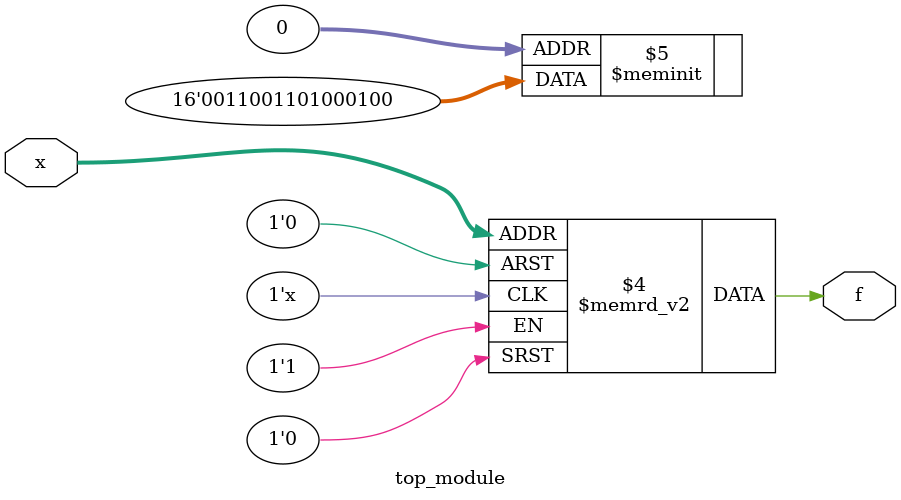
<source format=sv>
module top_module (
    input [4:1] x,
    output logic f
);

always_comb begin
    case ({x[4], x[3], x[2], x[1]})
        4'b0000: f = 1'b0; // Don't care, can choose 0
        4'b0001: f = 1'b0;
        4'b0010: f = 1'b1;
        4'b0011: f = 1'b0; // Don't care, can choose 0
        4'b0100: f = 1'b0; // Don't care, can choose 0
        4'b0101: f = 1'b0;
        4'b0110: f = 1'b1;
        4'b0111: f = 1'b0;
        4'b1000: f = 1'b1;
        4'b1001: f = 1'b1;
        4'b1010: f = 1'b0; // Don't care, can choose 0
        4'b1011: f = 1'b0; // Don't care, can choose 0
        4'b1100: f = 1'b1;
        4'b1101: f = 1'b1;
        4'b1110: f = 1'b0;
        4'b1111: f = 1'b0; // Don't care, can choose 0
    endcase
end

endmodule

</source>
